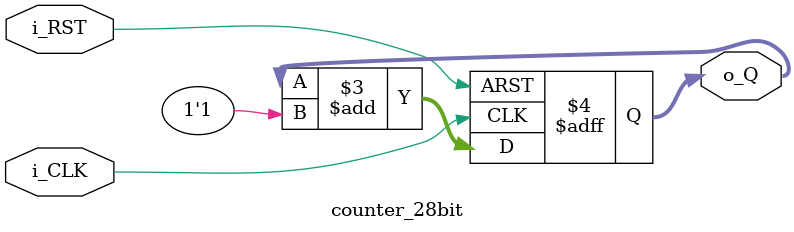
<source format=v>
`timescale 1ns / 1ps
module counter_28bit(
input i_CLK,
input i_RST,
output reg [27:0] o_Q
    );
    
    
always@(posedge(i_CLK),posedge(i_RST))
begin
    if(i_RST == 1)
        begin
            o_Q <= 28'd0;
        end        
    else
        begin
            o_Q <= o_Q + 1'b1;
        end
end
endmodule

</source>
